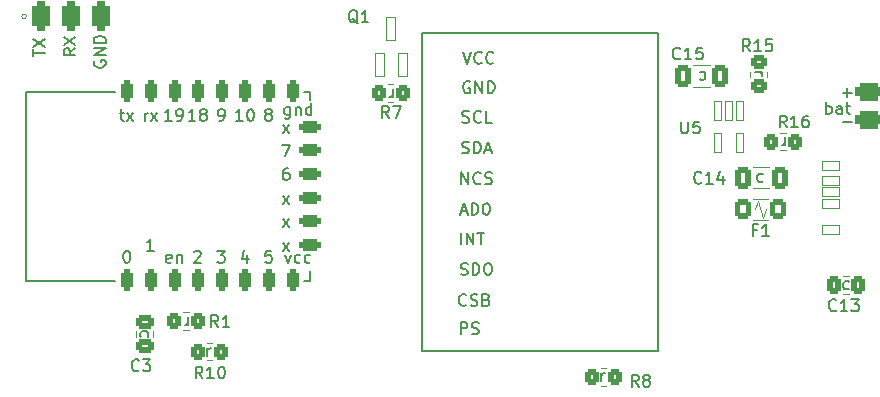
<source format=gto>
G04 #@! TF.GenerationSoftware,KiCad,Pcbnew,6.99.0-unknown-58b8d63ff8~148~ubuntu20.04.1*
G04 #@! TF.CreationDate,2022-03-11T11:46:21+05:30*
G04 #@! TF.ProjectId,espc3-vario,65737063-332d-4766-9172-696f2e6b6963,rev?*
G04 #@! TF.SameCoordinates,Original*
G04 #@! TF.FileFunction,Legend,Top*
G04 #@! TF.FilePolarity,Positive*
%FSLAX46Y46*%
G04 Gerber Fmt 4.6, Leading zero omitted, Abs format (unit mm)*
G04 Created by KiCad (PCBNEW 6.99.0-unknown-58b8d63ff8~148~ubuntu20.04.1) date 2022-03-11 11:46:21*
%MOMM*%
%LPD*%
G01*
G04 APERTURE LIST*
G04 Aperture macros list*
%AMRoundRect*
0 Rectangle with rounded corners*
0 $1 Rounding radius*
0 $2 $3 $4 $5 $6 $7 $8 $9 X,Y pos of 4 corners*
0 Add a 4 corners polygon primitive as box body*
4,1,4,$2,$3,$4,$5,$6,$7,$8,$9,$2,$3,0*
0 Add four circle primitives for the rounded corners*
1,1,$1+$1,$2,$3*
1,1,$1+$1,$4,$5*
1,1,$1+$1,$6,$7*
1,1,$1+$1,$8,$9*
0 Add four rect primitives between the rounded corners*
20,1,$1+$1,$2,$3,$4,$5,0*
20,1,$1+$1,$4,$5,$6,$7,0*
20,1,$1+$1,$6,$7,$8,$9,0*
20,1,$1+$1,$8,$9,$2,$3,0*%
G04 Aperture macros list end*
%ADD10C,0.150000*%
%ADD11C,0.120000*%
%ADD12RoundRect,0.250000X0.412500X0.650000X-0.412500X0.650000X-0.412500X-0.650000X0.412500X-0.650000X0*%
%ADD13RoundRect,0.250000X-0.350000X-0.450000X0.350000X-0.450000X0.350000X0.450000X-0.350000X0.450000X0*%
%ADD14RoundRect,0.250000X-0.337500X-0.475000X0.337500X-0.475000X0.337500X0.475000X-0.337500X0.475000X0*%
%ADD15RoundRect,0.275000X0.275000X-0.625000X0.275000X0.625000X-0.275000X0.625000X-0.275000X-0.625000X0*%
%ADD16RoundRect,0.275000X-0.625000X-0.275000X0.625000X-0.275000X0.625000X0.275000X-0.625000X0.275000X0*%
%ADD17RoundRect,0.250000X0.350000X0.450000X-0.350000X0.450000X-0.350000X-0.450000X0.350000X-0.450000X0*%
%ADD18R,1.700000X1.700000*%
%ADD19O,1.700000X1.700000*%
%ADD20C,2.500000*%
%ADD21RoundRect,0.250000X-0.475000X0.337500X-0.475000X-0.337500X0.475000X-0.337500X0.475000X0.337500X0*%
%ADD22RoundRect,0.381000X0.762000X0.381000X-0.762000X0.381000X-0.762000X-0.381000X0.762000X-0.381000X0*%
%ADD23RoundRect,0.050000X-0.325000X0.780000X-0.325000X-0.780000X0.325000X-0.780000X0.325000X0.780000X0*%
%ADD24RoundRect,0.050000X0.750000X-0.400000X0.750000X0.400000X-0.750000X0.400000X-0.750000X-0.400000X0*%
%ADD25R,1.500000X0.700000*%
%ADD26RoundRect,0.050000X0.750000X-0.350000X0.750000X0.350000X-0.750000X0.350000X-0.750000X-0.350000X0*%
%ADD27O,1.800000X1.000000*%
%ADD28RoundRect,0.250001X0.462499X0.624999X-0.462499X0.624999X-0.462499X-0.624999X0.462499X-0.624999X0*%
%ADD29RoundRect,0.375000X0.375000X-0.875000X0.375000X0.875000X-0.375000X0.875000X-0.375000X-0.875000X0*%
%ADD30RoundRect,0.250000X-0.450000X0.350000X-0.450000X-0.350000X0.450000X-0.350000X0.450000X0.350000X0*%
%ADD31RoundRect,0.050000X0.400000X-0.950000X0.400000X0.950000X-0.400000X0.950000X-0.400000X-0.950000X0*%
%ADD32RoundRect,0.250000X-0.412500X-0.650000X0.412500X-0.650000X0.412500X0.650000X-0.412500X0.650000X0*%
G04 APERTURE END LIST*
D10*
X144000000Y-89000000D02*
X124000000Y-89000000D01*
X124000000Y-115900000D02*
X144000000Y-115900000D01*
X90500000Y-94000000D02*
X90500000Y-110000000D01*
X98000000Y-94000000D02*
X90500000Y-94000000D01*
X114500000Y-94000000D02*
X114500000Y-94700000D01*
X114000000Y-94000000D02*
X114500000Y-94000000D01*
X114500000Y-109150000D02*
X114500000Y-110000000D01*
X114500000Y-110000000D02*
X114000000Y-110000000D01*
X90500000Y-110000000D02*
X98000000Y-110000000D01*
X144000000Y-115900000D02*
X144000000Y-89000000D01*
X124000000Y-89000000D02*
X124000000Y-115900000D01*
X98404762Y-95785714D02*
X98785714Y-95785714D01*
X98547619Y-95452380D02*
X98547619Y-96309523D01*
X98547619Y-96309523D02*
X98595238Y-96404761D01*
X98595238Y-96404761D02*
X98690476Y-96452380D01*
X98690476Y-96452380D02*
X98785714Y-96452380D01*
X99023810Y-96452380D02*
X99547619Y-95785714D01*
X99023810Y-95785714D02*
X99547619Y-96452380D01*
X160380951Y-96571428D02*
X159619047Y-96571428D01*
X158197619Y-95852380D02*
X158197619Y-94852380D01*
X158197619Y-95233333D02*
X158292857Y-95185714D01*
X158292857Y-95185714D02*
X158483333Y-95185714D01*
X158483333Y-95185714D02*
X158578571Y-95233333D01*
X158578571Y-95233333D02*
X158626190Y-95280952D01*
X158626190Y-95280952D02*
X158673809Y-95376190D01*
X158673809Y-95376190D02*
X158673809Y-95661904D01*
X158673809Y-95661904D02*
X158626190Y-95757142D01*
X158626190Y-95757142D02*
X158578571Y-95804761D01*
X158578571Y-95804761D02*
X158483333Y-95852380D01*
X158483333Y-95852380D02*
X158292857Y-95852380D01*
X158292857Y-95852380D02*
X158197619Y-95804761D01*
X159530952Y-95852380D02*
X159530952Y-95328571D01*
X159530952Y-95328571D02*
X159483333Y-95233333D01*
X159483333Y-95233333D02*
X159388095Y-95185714D01*
X159388095Y-95185714D02*
X159197619Y-95185714D01*
X159197619Y-95185714D02*
X159102381Y-95233333D01*
X159530952Y-95804761D02*
X159435714Y-95852380D01*
X159435714Y-95852380D02*
X159197619Y-95852380D01*
X159197619Y-95852380D02*
X159102381Y-95804761D01*
X159102381Y-95804761D02*
X159054762Y-95709523D01*
X159054762Y-95709523D02*
X159054762Y-95614285D01*
X159054762Y-95614285D02*
X159102381Y-95519047D01*
X159102381Y-95519047D02*
X159197619Y-95471428D01*
X159197619Y-95471428D02*
X159435714Y-95471428D01*
X159435714Y-95471428D02*
X159530952Y-95423809D01*
X159864286Y-95185714D02*
X160245238Y-95185714D01*
X160007143Y-94852380D02*
X160007143Y-95709523D01*
X160007143Y-95709523D02*
X160054762Y-95804761D01*
X160054762Y-95804761D02*
X160150000Y-95852380D01*
X160150000Y-95852380D02*
X160245238Y-95852380D01*
X96250000Y-91361904D02*
X96202380Y-91457142D01*
X96202380Y-91457142D02*
X96202380Y-91599999D01*
X96202380Y-91599999D02*
X96250000Y-91742856D01*
X96250000Y-91742856D02*
X96345238Y-91838094D01*
X96345238Y-91838094D02*
X96440476Y-91885713D01*
X96440476Y-91885713D02*
X96630952Y-91933332D01*
X96630952Y-91933332D02*
X96773809Y-91933332D01*
X96773809Y-91933332D02*
X96964285Y-91885713D01*
X96964285Y-91885713D02*
X97059523Y-91838094D01*
X97059523Y-91838094D02*
X97154761Y-91742856D01*
X97154761Y-91742856D02*
X97202380Y-91599999D01*
X97202380Y-91599999D02*
X97202380Y-91504761D01*
X97202380Y-91504761D02*
X97154761Y-91361904D01*
X97154761Y-91361904D02*
X97107142Y-91314285D01*
X97107142Y-91314285D02*
X96773809Y-91314285D01*
X96773809Y-91314285D02*
X96773809Y-91504761D01*
X97202380Y-90885713D02*
X96202380Y-90885713D01*
X96202380Y-90885713D02*
X97202380Y-90314285D01*
X97202380Y-90314285D02*
X96202380Y-90314285D01*
X97202380Y-89838094D02*
X96202380Y-89838094D01*
X96202380Y-89838094D02*
X96202380Y-89599999D01*
X96202380Y-89599999D02*
X96250000Y-89457142D01*
X96250000Y-89457142D02*
X96345238Y-89361904D01*
X96345238Y-89361904D02*
X96440476Y-89314285D01*
X96440476Y-89314285D02*
X96630952Y-89266666D01*
X96630952Y-89266666D02*
X96773809Y-89266666D01*
X96773809Y-89266666D02*
X96964285Y-89314285D01*
X96964285Y-89314285D02*
X97059523Y-89361904D01*
X97059523Y-89361904D02*
X97154761Y-89457142D01*
X97154761Y-89457142D02*
X97202380Y-89599999D01*
X97202380Y-89599999D02*
X97202380Y-89838094D01*
X112166667Y-98452380D02*
X112833333Y-98452380D01*
X112833333Y-98452380D02*
X112404762Y-99452380D01*
X104809523Y-96452380D02*
X104238095Y-96452380D01*
X104523809Y-96452380D02*
X104523809Y-95452380D01*
X104523809Y-95452380D02*
X104428571Y-95595238D01*
X104428571Y-95595238D02*
X104333333Y-95690476D01*
X104333333Y-95690476D02*
X104238095Y-95738095D01*
X105380952Y-95880952D02*
X105285714Y-95833333D01*
X105285714Y-95833333D02*
X105238095Y-95785714D01*
X105238095Y-95785714D02*
X105190476Y-95690476D01*
X105190476Y-95690476D02*
X105190476Y-95642857D01*
X105190476Y-95642857D02*
X105238095Y-95547619D01*
X105238095Y-95547619D02*
X105285714Y-95500000D01*
X105285714Y-95500000D02*
X105380952Y-95452380D01*
X105380952Y-95452380D02*
X105571428Y-95452380D01*
X105571428Y-95452380D02*
X105666666Y-95500000D01*
X105666666Y-95500000D02*
X105714285Y-95547619D01*
X105714285Y-95547619D02*
X105761904Y-95642857D01*
X105761904Y-95642857D02*
X105761904Y-95690476D01*
X105761904Y-95690476D02*
X105714285Y-95785714D01*
X105714285Y-95785714D02*
X105666666Y-95833333D01*
X105666666Y-95833333D02*
X105571428Y-95880952D01*
X105571428Y-95880952D02*
X105380952Y-95880952D01*
X105380952Y-95880952D02*
X105285714Y-95928571D01*
X105285714Y-95928571D02*
X105238095Y-95976190D01*
X105238095Y-95976190D02*
X105190476Y-96071428D01*
X105190476Y-96071428D02*
X105190476Y-96261904D01*
X105190476Y-96261904D02*
X105238095Y-96357142D01*
X105238095Y-96357142D02*
X105285714Y-96404761D01*
X105285714Y-96404761D02*
X105380952Y-96452380D01*
X105380952Y-96452380D02*
X105571428Y-96452380D01*
X105571428Y-96452380D02*
X105666666Y-96404761D01*
X105666666Y-96404761D02*
X105714285Y-96357142D01*
X105714285Y-96357142D02*
X105761904Y-96261904D01*
X105761904Y-96261904D02*
X105761904Y-96071428D01*
X105761904Y-96071428D02*
X105714285Y-95976190D01*
X105714285Y-95976190D02*
X105666666Y-95928571D01*
X105666666Y-95928571D02*
X105571428Y-95880952D01*
X91052380Y-90961904D02*
X91052380Y-90390476D01*
X92052380Y-90676190D02*
X91052380Y-90676190D01*
X91052380Y-90152380D02*
X92052380Y-89485714D01*
X91052380Y-89485714D02*
X92052380Y-90152380D01*
X102738095Y-108404761D02*
X102642857Y-108452380D01*
X102642857Y-108452380D02*
X102452381Y-108452380D01*
X102452381Y-108452380D02*
X102357143Y-108404761D01*
X102357143Y-108404761D02*
X102309524Y-108309523D01*
X102309524Y-108309523D02*
X102309524Y-107928571D01*
X102309524Y-107928571D02*
X102357143Y-107833333D01*
X102357143Y-107833333D02*
X102452381Y-107785714D01*
X102452381Y-107785714D02*
X102642857Y-107785714D01*
X102642857Y-107785714D02*
X102738095Y-107833333D01*
X102738095Y-107833333D02*
X102785714Y-107928571D01*
X102785714Y-107928571D02*
X102785714Y-108023809D01*
X102785714Y-108023809D02*
X102309524Y-108119047D01*
X103214286Y-107785714D02*
X103214286Y-108452380D01*
X103214286Y-107880952D02*
X103261905Y-107833333D01*
X103261905Y-107833333D02*
X103357143Y-107785714D01*
X103357143Y-107785714D02*
X103500000Y-107785714D01*
X103500000Y-107785714D02*
X103595238Y-107833333D01*
X103595238Y-107833333D02*
X103642857Y-107928571D01*
X103642857Y-107928571D02*
X103642857Y-108452380D01*
X104714286Y-107547619D02*
X104761905Y-107500000D01*
X104761905Y-107500000D02*
X104857143Y-107452380D01*
X104857143Y-107452380D02*
X105095238Y-107452380D01*
X105095238Y-107452380D02*
X105190476Y-107500000D01*
X105190476Y-107500000D02*
X105238095Y-107547619D01*
X105238095Y-107547619D02*
X105285714Y-107642857D01*
X105285714Y-107642857D02*
X105285714Y-107738095D01*
X105285714Y-107738095D02*
X105238095Y-107880952D01*
X105238095Y-107880952D02*
X104666667Y-108452380D01*
X104666667Y-108452380D02*
X105285714Y-108452380D01*
X112809523Y-95285714D02*
X112809523Y-96095238D01*
X112809523Y-96095238D02*
X112761904Y-96190476D01*
X112761904Y-96190476D02*
X112714285Y-96238095D01*
X112714285Y-96238095D02*
X112619047Y-96285714D01*
X112619047Y-96285714D02*
X112476190Y-96285714D01*
X112476190Y-96285714D02*
X112380952Y-96238095D01*
X112809523Y-95904761D02*
X112714285Y-95952380D01*
X112714285Y-95952380D02*
X112523809Y-95952380D01*
X112523809Y-95952380D02*
X112428571Y-95904761D01*
X112428571Y-95904761D02*
X112380952Y-95857142D01*
X112380952Y-95857142D02*
X112333333Y-95761904D01*
X112333333Y-95761904D02*
X112333333Y-95476190D01*
X112333333Y-95476190D02*
X112380952Y-95380952D01*
X112380952Y-95380952D02*
X112428571Y-95333333D01*
X112428571Y-95333333D02*
X112523809Y-95285714D01*
X112523809Y-95285714D02*
X112714285Y-95285714D01*
X112714285Y-95285714D02*
X112809523Y-95333333D01*
X113285714Y-95285714D02*
X113285714Y-95952380D01*
X113285714Y-95380952D02*
X113333333Y-95333333D01*
X113333333Y-95333333D02*
X113428571Y-95285714D01*
X113428571Y-95285714D02*
X113571428Y-95285714D01*
X113571428Y-95285714D02*
X113666666Y-95333333D01*
X113666666Y-95333333D02*
X113714285Y-95428571D01*
X113714285Y-95428571D02*
X113714285Y-95952380D01*
X114619047Y-95952380D02*
X114619047Y-94952380D01*
X114619047Y-95904761D02*
X114523809Y-95952380D01*
X114523809Y-95952380D02*
X114333333Y-95952380D01*
X114333333Y-95952380D02*
X114238095Y-95904761D01*
X114238095Y-95904761D02*
X114190476Y-95857142D01*
X114190476Y-95857142D02*
X114142857Y-95761904D01*
X114142857Y-95761904D02*
X114142857Y-95476190D01*
X114142857Y-95476190D02*
X114190476Y-95380952D01*
X114190476Y-95380952D02*
X114238095Y-95333333D01*
X114238095Y-95333333D02*
X114333333Y-95285714D01*
X114333333Y-95285714D02*
X114523809Y-95285714D01*
X114523809Y-95285714D02*
X114619047Y-95333333D01*
X106666667Y-107452380D02*
X107285714Y-107452380D01*
X107285714Y-107452380D02*
X106952381Y-107833333D01*
X106952381Y-107833333D02*
X107095238Y-107833333D01*
X107095238Y-107833333D02*
X107190476Y-107880952D01*
X107190476Y-107880952D02*
X107238095Y-107928571D01*
X107238095Y-107928571D02*
X107285714Y-108023809D01*
X107285714Y-108023809D02*
X107285714Y-108261904D01*
X107285714Y-108261904D02*
X107238095Y-108357142D01*
X107238095Y-108357142D02*
X107190476Y-108404761D01*
X107190476Y-108404761D02*
X107095238Y-108452380D01*
X107095238Y-108452380D02*
X106809524Y-108452380D01*
X106809524Y-108452380D02*
X106714286Y-108404761D01*
X106714286Y-108404761D02*
X106666667Y-108357142D01*
X102809523Y-96452380D02*
X102238095Y-96452380D01*
X102523809Y-96452380D02*
X102523809Y-95452380D01*
X102523809Y-95452380D02*
X102428571Y-95595238D01*
X102428571Y-95595238D02*
X102333333Y-95690476D01*
X102333333Y-95690476D02*
X102238095Y-95738095D01*
X103285714Y-96452380D02*
X103476190Y-96452380D01*
X103476190Y-96452380D02*
X103571428Y-96404761D01*
X103571428Y-96404761D02*
X103619047Y-96357142D01*
X103619047Y-96357142D02*
X103714285Y-96214285D01*
X103714285Y-96214285D02*
X103761904Y-96023809D01*
X103761904Y-96023809D02*
X103761904Y-95642857D01*
X103761904Y-95642857D02*
X103714285Y-95547619D01*
X103714285Y-95547619D02*
X103666666Y-95500000D01*
X103666666Y-95500000D02*
X103571428Y-95452380D01*
X103571428Y-95452380D02*
X103380952Y-95452380D01*
X103380952Y-95452380D02*
X103285714Y-95500000D01*
X103285714Y-95500000D02*
X103238095Y-95547619D01*
X103238095Y-95547619D02*
X103190476Y-95642857D01*
X103190476Y-95642857D02*
X103190476Y-95880952D01*
X103190476Y-95880952D02*
X103238095Y-95976190D01*
X103238095Y-95976190D02*
X103285714Y-96023809D01*
X103285714Y-96023809D02*
X103380952Y-96071428D01*
X103380952Y-96071428D02*
X103571428Y-96071428D01*
X103571428Y-96071428D02*
X103666666Y-96023809D01*
X103666666Y-96023809D02*
X103714285Y-95976190D01*
X103714285Y-95976190D02*
X103761904Y-95880952D01*
X100523809Y-96452380D02*
X100523809Y-95785714D01*
X100523809Y-95976190D02*
X100571428Y-95880952D01*
X100571428Y-95880952D02*
X100619047Y-95833333D01*
X100619047Y-95833333D02*
X100714285Y-95785714D01*
X100714285Y-95785714D02*
X100809523Y-95785714D01*
X101047619Y-96452380D02*
X101571428Y-95785714D01*
X101047619Y-95785714D02*
X101571428Y-96452380D01*
X112404762Y-107785714D02*
X112642857Y-108452380D01*
X112642857Y-108452380D02*
X112880952Y-107785714D01*
X113690476Y-108404761D02*
X113595238Y-108452380D01*
X113595238Y-108452380D02*
X113404762Y-108452380D01*
X113404762Y-108452380D02*
X113309524Y-108404761D01*
X113309524Y-108404761D02*
X113261905Y-108357142D01*
X113261905Y-108357142D02*
X113214286Y-108261904D01*
X113214286Y-108261904D02*
X113214286Y-107976190D01*
X113214286Y-107976190D02*
X113261905Y-107880952D01*
X113261905Y-107880952D02*
X113309524Y-107833333D01*
X113309524Y-107833333D02*
X113404762Y-107785714D01*
X113404762Y-107785714D02*
X113595238Y-107785714D01*
X113595238Y-107785714D02*
X113690476Y-107833333D01*
X114547619Y-108404761D02*
X114452381Y-108452380D01*
X114452381Y-108452380D02*
X114261905Y-108452380D01*
X114261905Y-108452380D02*
X114166667Y-108404761D01*
X114166667Y-108404761D02*
X114119048Y-108357142D01*
X114119048Y-108357142D02*
X114071429Y-108261904D01*
X114071429Y-108261904D02*
X114071429Y-107976190D01*
X114071429Y-107976190D02*
X114119048Y-107880952D01*
X114119048Y-107880952D02*
X114166667Y-107833333D01*
X114166667Y-107833333D02*
X114261905Y-107785714D01*
X114261905Y-107785714D02*
X114452381Y-107785714D01*
X114452381Y-107785714D02*
X114547619Y-107833333D01*
X112238095Y-107452380D02*
X112761904Y-106785714D01*
X112238095Y-106785714D02*
X112761904Y-107452380D01*
X98952381Y-107452380D02*
X99047619Y-107452380D01*
X99047619Y-107452380D02*
X99142857Y-107500000D01*
X99142857Y-107500000D02*
X99190476Y-107547619D01*
X99190476Y-107547619D02*
X99238095Y-107642857D01*
X99238095Y-107642857D02*
X99285714Y-107833333D01*
X99285714Y-107833333D02*
X99285714Y-108071428D01*
X99285714Y-108071428D02*
X99238095Y-108261904D01*
X99238095Y-108261904D02*
X99190476Y-108357142D01*
X99190476Y-108357142D02*
X99142857Y-108404761D01*
X99142857Y-108404761D02*
X99047619Y-108452380D01*
X99047619Y-108452380D02*
X98952381Y-108452380D01*
X98952381Y-108452380D02*
X98857143Y-108404761D01*
X98857143Y-108404761D02*
X98809524Y-108357142D01*
X98809524Y-108357142D02*
X98761905Y-108261904D01*
X98761905Y-108261904D02*
X98714286Y-108071428D01*
X98714286Y-108071428D02*
X98714286Y-107833333D01*
X98714286Y-107833333D02*
X98761905Y-107642857D01*
X98761905Y-107642857D02*
X98809524Y-107547619D01*
X98809524Y-107547619D02*
X98857143Y-107500000D01*
X98857143Y-107500000D02*
X98952381Y-107452380D01*
X112238095Y-103452380D02*
X112761904Y-102785714D01*
X112238095Y-102785714D02*
X112761904Y-103452380D01*
X101285714Y-107452380D02*
X100714286Y-107452380D01*
X101000000Y-107452380D02*
X101000000Y-106452380D01*
X101000000Y-106452380D02*
X100904762Y-106595238D01*
X100904762Y-106595238D02*
X100809524Y-106690476D01*
X100809524Y-106690476D02*
X100714286Y-106738095D01*
X108809523Y-96452380D02*
X108238095Y-96452380D01*
X108523809Y-96452380D02*
X108523809Y-95452380D01*
X108523809Y-95452380D02*
X108428571Y-95595238D01*
X108428571Y-95595238D02*
X108333333Y-95690476D01*
X108333333Y-95690476D02*
X108238095Y-95738095D01*
X109428571Y-95452380D02*
X109523809Y-95452380D01*
X109523809Y-95452380D02*
X109619047Y-95500000D01*
X109619047Y-95500000D02*
X109666666Y-95547619D01*
X109666666Y-95547619D02*
X109714285Y-95642857D01*
X109714285Y-95642857D02*
X109761904Y-95833333D01*
X109761904Y-95833333D02*
X109761904Y-96071428D01*
X109761904Y-96071428D02*
X109714285Y-96261904D01*
X109714285Y-96261904D02*
X109666666Y-96357142D01*
X109666666Y-96357142D02*
X109619047Y-96404761D01*
X109619047Y-96404761D02*
X109523809Y-96452380D01*
X109523809Y-96452380D02*
X109428571Y-96452380D01*
X109428571Y-96452380D02*
X109333333Y-96404761D01*
X109333333Y-96404761D02*
X109285714Y-96357142D01*
X109285714Y-96357142D02*
X109238095Y-96261904D01*
X109238095Y-96261904D02*
X109190476Y-96071428D01*
X109190476Y-96071428D02*
X109190476Y-95833333D01*
X109190476Y-95833333D02*
X109238095Y-95642857D01*
X109238095Y-95642857D02*
X109285714Y-95547619D01*
X109285714Y-95547619D02*
X109333333Y-95500000D01*
X109333333Y-95500000D02*
X109428571Y-95452380D01*
X112238095Y-97452380D02*
X112761904Y-96785714D01*
X112238095Y-96785714D02*
X112761904Y-97452380D01*
X109190476Y-107785714D02*
X109190476Y-108452380D01*
X108952381Y-107404761D02*
X108714286Y-108119047D01*
X108714286Y-108119047D02*
X109333333Y-108119047D01*
X111238095Y-107452380D02*
X110761905Y-107452380D01*
X110761905Y-107452380D02*
X110714286Y-107928571D01*
X110714286Y-107928571D02*
X110761905Y-107880952D01*
X110761905Y-107880952D02*
X110857143Y-107833333D01*
X110857143Y-107833333D02*
X111095238Y-107833333D01*
X111095238Y-107833333D02*
X111190476Y-107880952D01*
X111190476Y-107880952D02*
X111238095Y-107928571D01*
X111238095Y-107928571D02*
X111285714Y-108023809D01*
X111285714Y-108023809D02*
X111285714Y-108261904D01*
X111285714Y-108261904D02*
X111238095Y-108357142D01*
X111238095Y-108357142D02*
X111190476Y-108404761D01*
X111190476Y-108404761D02*
X111095238Y-108452380D01*
X111095238Y-108452380D02*
X110857143Y-108452380D01*
X110857143Y-108452380D02*
X110761905Y-108404761D01*
X110761905Y-108404761D02*
X110714286Y-108357142D01*
X94652380Y-90316666D02*
X94176190Y-90649999D01*
X94652380Y-90888094D02*
X93652380Y-90888094D01*
X93652380Y-90888094D02*
X93652380Y-90507142D01*
X93652380Y-90507142D02*
X93700000Y-90411904D01*
X93700000Y-90411904D02*
X93747619Y-90364285D01*
X93747619Y-90364285D02*
X93842857Y-90316666D01*
X93842857Y-90316666D02*
X93985714Y-90316666D01*
X93985714Y-90316666D02*
X94080952Y-90364285D01*
X94080952Y-90364285D02*
X94128571Y-90411904D01*
X94128571Y-90411904D02*
X94176190Y-90507142D01*
X94176190Y-90507142D02*
X94176190Y-90888094D01*
X93652380Y-89983332D02*
X94652380Y-89316666D01*
X93652380Y-89316666D02*
X94652380Y-89983332D01*
X106809524Y-96452380D02*
X107000000Y-96452380D01*
X107000000Y-96452380D02*
X107095238Y-96404761D01*
X107095238Y-96404761D02*
X107142857Y-96357142D01*
X107142857Y-96357142D02*
X107238095Y-96214285D01*
X107238095Y-96214285D02*
X107285714Y-96023809D01*
X107285714Y-96023809D02*
X107285714Y-95642857D01*
X107285714Y-95642857D02*
X107238095Y-95547619D01*
X107238095Y-95547619D02*
X107190476Y-95500000D01*
X107190476Y-95500000D02*
X107095238Y-95452380D01*
X107095238Y-95452380D02*
X106904762Y-95452380D01*
X106904762Y-95452380D02*
X106809524Y-95500000D01*
X106809524Y-95500000D02*
X106761905Y-95547619D01*
X106761905Y-95547619D02*
X106714286Y-95642857D01*
X106714286Y-95642857D02*
X106714286Y-95880952D01*
X106714286Y-95880952D02*
X106761905Y-95976190D01*
X106761905Y-95976190D02*
X106809524Y-96023809D01*
X106809524Y-96023809D02*
X106904762Y-96071428D01*
X106904762Y-96071428D02*
X107095238Y-96071428D01*
X107095238Y-96071428D02*
X107190476Y-96023809D01*
X107190476Y-96023809D02*
X107238095Y-95976190D01*
X107238095Y-95976190D02*
X107285714Y-95880952D01*
X112238095Y-105452380D02*
X112761904Y-104785714D01*
X112238095Y-104785714D02*
X112761904Y-105452380D01*
X112690476Y-100452380D02*
X112500000Y-100452380D01*
X112500000Y-100452380D02*
X112404762Y-100500000D01*
X112404762Y-100500000D02*
X112357143Y-100547619D01*
X112357143Y-100547619D02*
X112261905Y-100690476D01*
X112261905Y-100690476D02*
X112214286Y-100880952D01*
X112214286Y-100880952D02*
X112214286Y-101261904D01*
X112214286Y-101261904D02*
X112261905Y-101357142D01*
X112261905Y-101357142D02*
X112309524Y-101404761D01*
X112309524Y-101404761D02*
X112404762Y-101452380D01*
X112404762Y-101452380D02*
X112595238Y-101452380D01*
X112595238Y-101452380D02*
X112690476Y-101404761D01*
X112690476Y-101404761D02*
X112738095Y-101357142D01*
X112738095Y-101357142D02*
X112785714Y-101261904D01*
X112785714Y-101261904D02*
X112785714Y-101023809D01*
X112785714Y-101023809D02*
X112738095Y-100928571D01*
X112738095Y-100928571D02*
X112690476Y-100880952D01*
X112690476Y-100880952D02*
X112595238Y-100833333D01*
X112595238Y-100833333D02*
X112404762Y-100833333D01*
X112404762Y-100833333D02*
X112309524Y-100880952D01*
X112309524Y-100880952D02*
X112261905Y-100928571D01*
X112261905Y-100928571D02*
X112214286Y-101023809D01*
X110904762Y-95880952D02*
X110809524Y-95833333D01*
X110809524Y-95833333D02*
X110761905Y-95785714D01*
X110761905Y-95785714D02*
X110714286Y-95690476D01*
X110714286Y-95690476D02*
X110714286Y-95642857D01*
X110714286Y-95642857D02*
X110761905Y-95547619D01*
X110761905Y-95547619D02*
X110809524Y-95500000D01*
X110809524Y-95500000D02*
X110904762Y-95452380D01*
X110904762Y-95452380D02*
X111095238Y-95452380D01*
X111095238Y-95452380D02*
X111190476Y-95500000D01*
X111190476Y-95500000D02*
X111238095Y-95547619D01*
X111238095Y-95547619D02*
X111285714Y-95642857D01*
X111285714Y-95642857D02*
X111285714Y-95690476D01*
X111285714Y-95690476D02*
X111238095Y-95785714D01*
X111238095Y-95785714D02*
X111190476Y-95833333D01*
X111190476Y-95833333D02*
X111095238Y-95880952D01*
X111095238Y-95880952D02*
X110904762Y-95880952D01*
X110904762Y-95880952D02*
X110809524Y-95928571D01*
X110809524Y-95928571D02*
X110761905Y-95976190D01*
X110761905Y-95976190D02*
X110714286Y-96071428D01*
X110714286Y-96071428D02*
X110714286Y-96261904D01*
X110714286Y-96261904D02*
X110761905Y-96357142D01*
X110761905Y-96357142D02*
X110809524Y-96404761D01*
X110809524Y-96404761D02*
X110904762Y-96452380D01*
X110904762Y-96452380D02*
X111095238Y-96452380D01*
X111095238Y-96452380D02*
X111190476Y-96404761D01*
X111190476Y-96404761D02*
X111238095Y-96357142D01*
X111238095Y-96357142D02*
X111285714Y-96261904D01*
X111285714Y-96261904D02*
X111285714Y-96071428D01*
X111285714Y-96071428D02*
X111238095Y-95976190D01*
X111238095Y-95976190D02*
X111190476Y-95928571D01*
X111190476Y-95928571D02*
X111095238Y-95880952D01*
X160380951Y-94071428D02*
X159619047Y-94071428D01*
X159999999Y-94452380D02*
X159999999Y-93690476D01*
X145857142Y-91157142D02*
X145809523Y-91204761D01*
X145809523Y-91204761D02*
X145666666Y-91252380D01*
X145666666Y-91252380D02*
X145571428Y-91252380D01*
X145571428Y-91252380D02*
X145428571Y-91204761D01*
X145428571Y-91204761D02*
X145333333Y-91109523D01*
X145333333Y-91109523D02*
X145285714Y-91014285D01*
X145285714Y-91014285D02*
X145238095Y-90823809D01*
X145238095Y-90823809D02*
X145238095Y-90680952D01*
X145238095Y-90680952D02*
X145285714Y-90490476D01*
X145285714Y-90490476D02*
X145333333Y-90395238D01*
X145333333Y-90395238D02*
X145428571Y-90300000D01*
X145428571Y-90300000D02*
X145571428Y-90252380D01*
X145571428Y-90252380D02*
X145666666Y-90252380D01*
X145666666Y-90252380D02*
X145809523Y-90300000D01*
X145809523Y-90300000D02*
X145857142Y-90347619D01*
X146809523Y-91252380D02*
X146238095Y-91252380D01*
X146523809Y-91252380D02*
X146523809Y-90252380D01*
X146523809Y-90252380D02*
X146428571Y-90395238D01*
X146428571Y-90395238D02*
X146333333Y-90490476D01*
X146333333Y-90490476D02*
X146238095Y-90538095D01*
X147714285Y-90252380D02*
X147238095Y-90252380D01*
X147238095Y-90252380D02*
X147190476Y-90728571D01*
X147190476Y-90728571D02*
X147238095Y-90680952D01*
X147238095Y-90680952D02*
X147333333Y-90633333D01*
X147333333Y-90633333D02*
X147571428Y-90633333D01*
X147571428Y-90633333D02*
X147666666Y-90680952D01*
X147666666Y-90680952D02*
X147714285Y-90728571D01*
X147714285Y-90728571D02*
X147761904Y-90823809D01*
X147761904Y-90823809D02*
X147761904Y-91061904D01*
X147761904Y-91061904D02*
X147714285Y-91157142D01*
X147714285Y-91157142D02*
X147666666Y-91204761D01*
X147666666Y-91204761D02*
X147571428Y-91252380D01*
X147571428Y-91252380D02*
X147333333Y-91252380D01*
X147333333Y-91252380D02*
X147238095Y-91204761D01*
X147238095Y-91204761D02*
X147190476Y-91157142D01*
X147511904Y-92345238D02*
X147607142Y-92297619D01*
X147607142Y-92297619D02*
X147797618Y-92297619D01*
X147797618Y-92297619D02*
X147892856Y-92345238D01*
X147892856Y-92345238D02*
X147940475Y-92392857D01*
X147940475Y-92392857D02*
X147988094Y-92488095D01*
X147988094Y-92488095D02*
X147988094Y-92773809D01*
X147988094Y-92773809D02*
X147940475Y-92869047D01*
X147940475Y-92869047D02*
X147892856Y-92916666D01*
X147892856Y-92916666D02*
X147797618Y-92964285D01*
X147797618Y-92964285D02*
X147607142Y-92964285D01*
X147607142Y-92964285D02*
X147511904Y-92916666D01*
X142333333Y-118952380D02*
X142000000Y-118476190D01*
X141761905Y-118952380D02*
X141761905Y-117952380D01*
X141761905Y-117952380D02*
X142142857Y-117952380D01*
X142142857Y-117952380D02*
X142238095Y-118000000D01*
X142238095Y-118000000D02*
X142285714Y-118047619D01*
X142285714Y-118047619D02*
X142333333Y-118142857D01*
X142333333Y-118142857D02*
X142333333Y-118285714D01*
X142333333Y-118285714D02*
X142285714Y-118380952D01*
X142285714Y-118380952D02*
X142238095Y-118428571D01*
X142238095Y-118428571D02*
X142142857Y-118476190D01*
X142142857Y-118476190D02*
X141761905Y-118476190D01*
X142904762Y-118380952D02*
X142809524Y-118333333D01*
X142809524Y-118333333D02*
X142761905Y-118285714D01*
X142761905Y-118285714D02*
X142714286Y-118190476D01*
X142714286Y-118190476D02*
X142714286Y-118142857D01*
X142714286Y-118142857D02*
X142761905Y-118047619D01*
X142761905Y-118047619D02*
X142809524Y-118000000D01*
X142809524Y-118000000D02*
X142904762Y-117952380D01*
X142904762Y-117952380D02*
X143095238Y-117952380D01*
X143095238Y-117952380D02*
X143190476Y-118000000D01*
X143190476Y-118000000D02*
X143238095Y-118047619D01*
X143238095Y-118047619D02*
X143285714Y-118142857D01*
X143285714Y-118142857D02*
X143285714Y-118190476D01*
X143285714Y-118190476D02*
X143238095Y-118285714D01*
X143238095Y-118285714D02*
X143190476Y-118333333D01*
X143190476Y-118333333D02*
X143095238Y-118380952D01*
X143095238Y-118380952D02*
X142904762Y-118380952D01*
X142904762Y-118380952D02*
X142809524Y-118428571D01*
X142809524Y-118428571D02*
X142761905Y-118476190D01*
X142761905Y-118476190D02*
X142714286Y-118571428D01*
X142714286Y-118571428D02*
X142714286Y-118761904D01*
X142714286Y-118761904D02*
X142761905Y-118857142D01*
X142761905Y-118857142D02*
X142809524Y-118904761D01*
X142809524Y-118904761D02*
X142904762Y-118952380D01*
X142904762Y-118952380D02*
X143095238Y-118952380D01*
X143095238Y-118952380D02*
X143190476Y-118904761D01*
X143190476Y-118904761D02*
X143238095Y-118857142D01*
X143238095Y-118857142D02*
X143285714Y-118761904D01*
X143285714Y-118761904D02*
X143285714Y-118571428D01*
X143285714Y-118571428D02*
X143238095Y-118476190D01*
X143238095Y-118476190D02*
X143190476Y-118428571D01*
X143190476Y-118428571D02*
X143095238Y-118380952D01*
X139178571Y-118502380D02*
X139178571Y-117835714D01*
X139178571Y-118026190D02*
X139226190Y-117930952D01*
X139226190Y-117930952D02*
X139273809Y-117883333D01*
X139273809Y-117883333D02*
X139369047Y-117835714D01*
X139369047Y-117835714D02*
X139464285Y-117835714D01*
X159057142Y-112457142D02*
X159009523Y-112504761D01*
X159009523Y-112504761D02*
X158866666Y-112552380D01*
X158866666Y-112552380D02*
X158771428Y-112552380D01*
X158771428Y-112552380D02*
X158628571Y-112504761D01*
X158628571Y-112504761D02*
X158533333Y-112409523D01*
X158533333Y-112409523D02*
X158485714Y-112314285D01*
X158485714Y-112314285D02*
X158438095Y-112123809D01*
X158438095Y-112123809D02*
X158438095Y-111980952D01*
X158438095Y-111980952D02*
X158485714Y-111790476D01*
X158485714Y-111790476D02*
X158533333Y-111695238D01*
X158533333Y-111695238D02*
X158628571Y-111600000D01*
X158628571Y-111600000D02*
X158771428Y-111552380D01*
X158771428Y-111552380D02*
X158866666Y-111552380D01*
X158866666Y-111552380D02*
X159009523Y-111600000D01*
X159009523Y-111600000D02*
X159057142Y-111647619D01*
X160009523Y-112552380D02*
X159438095Y-112552380D01*
X159723809Y-112552380D02*
X159723809Y-111552380D01*
X159723809Y-111552380D02*
X159628571Y-111695238D01*
X159628571Y-111695238D02*
X159533333Y-111790476D01*
X159533333Y-111790476D02*
X159438095Y-111838095D01*
X160342857Y-111552380D02*
X160961904Y-111552380D01*
X160961904Y-111552380D02*
X160628571Y-111933333D01*
X160628571Y-111933333D02*
X160771428Y-111933333D01*
X160771428Y-111933333D02*
X160866666Y-111980952D01*
X160866666Y-111980952D02*
X160914285Y-112028571D01*
X160914285Y-112028571D02*
X160961904Y-112123809D01*
X160961904Y-112123809D02*
X160961904Y-112361904D01*
X160961904Y-112361904D02*
X160914285Y-112457142D01*
X160914285Y-112457142D02*
X160866666Y-112504761D01*
X160866666Y-112504761D02*
X160771428Y-112552380D01*
X160771428Y-112552380D02*
X160485714Y-112552380D01*
X160485714Y-112552380D02*
X160390476Y-112504761D01*
X160390476Y-112504761D02*
X160342857Y-112457142D01*
X160138095Y-110654761D02*
X160042857Y-110702380D01*
X160042857Y-110702380D02*
X159852381Y-110702380D01*
X159852381Y-110702380D02*
X159757143Y-110654761D01*
X159757143Y-110654761D02*
X159709524Y-110607142D01*
X159709524Y-110607142D02*
X159661905Y-110511904D01*
X159661905Y-110511904D02*
X159661905Y-110226190D01*
X159661905Y-110226190D02*
X159709524Y-110130952D01*
X159709524Y-110130952D02*
X159757143Y-110083333D01*
X159757143Y-110083333D02*
X159852381Y-110035714D01*
X159852381Y-110035714D02*
X160042857Y-110035714D01*
X160042857Y-110035714D02*
X160138095Y-110083333D01*
X121183333Y-96202380D02*
X120850000Y-95726190D01*
X120611905Y-96202380D02*
X120611905Y-95202380D01*
X120611905Y-95202380D02*
X120992857Y-95202380D01*
X120992857Y-95202380D02*
X121088095Y-95250000D01*
X121088095Y-95250000D02*
X121135714Y-95297619D01*
X121135714Y-95297619D02*
X121183333Y-95392857D01*
X121183333Y-95392857D02*
X121183333Y-95535714D01*
X121183333Y-95535714D02*
X121135714Y-95630952D01*
X121135714Y-95630952D02*
X121088095Y-95678571D01*
X121088095Y-95678571D02*
X120992857Y-95726190D01*
X120992857Y-95726190D02*
X120611905Y-95726190D01*
X121516667Y-95202380D02*
X122183333Y-95202380D01*
X122183333Y-95202380D02*
X121754762Y-96202380D01*
X121521428Y-93747619D02*
X121521428Y-94414285D01*
X121521428Y-94223809D02*
X121473809Y-94319047D01*
X121473809Y-94319047D02*
X121426190Y-94366666D01*
X121426190Y-94366666D02*
X121330952Y-94414285D01*
X121330952Y-94414285D02*
X121235714Y-94414285D01*
X106733333Y-113902380D02*
X106400000Y-113426190D01*
X106161905Y-113902380D02*
X106161905Y-112902380D01*
X106161905Y-112902380D02*
X106542857Y-112902380D01*
X106542857Y-112902380D02*
X106638095Y-112950000D01*
X106638095Y-112950000D02*
X106685714Y-112997619D01*
X106685714Y-112997619D02*
X106733333Y-113092857D01*
X106733333Y-113092857D02*
X106733333Y-113235714D01*
X106733333Y-113235714D02*
X106685714Y-113330952D01*
X106685714Y-113330952D02*
X106638095Y-113378571D01*
X106638095Y-113378571D02*
X106542857Y-113426190D01*
X106542857Y-113426190D02*
X106161905Y-113426190D01*
X107685714Y-113902380D02*
X107114286Y-113902380D01*
X107400000Y-113902380D02*
X107400000Y-112902380D01*
X107400000Y-112902380D02*
X107304762Y-113045238D01*
X107304762Y-113045238D02*
X107209524Y-113140476D01*
X107209524Y-113140476D02*
X107114286Y-113188095D01*
X104171428Y-113047619D02*
X104171428Y-113714285D01*
X104171428Y-113523809D02*
X104123809Y-113619047D01*
X104123809Y-113619047D02*
X104076190Y-113666666D01*
X104076190Y-113666666D02*
X103980952Y-113714285D01*
X103980952Y-113714285D02*
X103885714Y-113714285D01*
X127409524Y-96554761D02*
X127552381Y-96602380D01*
X127552381Y-96602380D02*
X127790476Y-96602380D01*
X127790476Y-96602380D02*
X127885714Y-96554761D01*
X127885714Y-96554761D02*
X127933333Y-96507142D01*
X127933333Y-96507142D02*
X127980952Y-96411904D01*
X127980952Y-96411904D02*
X127980952Y-96316666D01*
X127980952Y-96316666D02*
X127933333Y-96221428D01*
X127933333Y-96221428D02*
X127885714Y-96173809D01*
X127885714Y-96173809D02*
X127790476Y-96126190D01*
X127790476Y-96126190D02*
X127600000Y-96078571D01*
X127600000Y-96078571D02*
X127504762Y-96030952D01*
X127504762Y-96030952D02*
X127457143Y-95983333D01*
X127457143Y-95983333D02*
X127409524Y-95888095D01*
X127409524Y-95888095D02*
X127409524Y-95792857D01*
X127409524Y-95792857D02*
X127457143Y-95697619D01*
X127457143Y-95697619D02*
X127504762Y-95650000D01*
X127504762Y-95650000D02*
X127600000Y-95602380D01*
X127600000Y-95602380D02*
X127838095Y-95602380D01*
X127838095Y-95602380D02*
X127980952Y-95650000D01*
X128980952Y-96507142D02*
X128933333Y-96554761D01*
X128933333Y-96554761D02*
X128790476Y-96602380D01*
X128790476Y-96602380D02*
X128695238Y-96602380D01*
X128695238Y-96602380D02*
X128552381Y-96554761D01*
X128552381Y-96554761D02*
X128457143Y-96459523D01*
X128457143Y-96459523D02*
X128409524Y-96364285D01*
X128409524Y-96364285D02*
X128361905Y-96173809D01*
X128361905Y-96173809D02*
X128361905Y-96030952D01*
X128361905Y-96030952D02*
X128409524Y-95840476D01*
X128409524Y-95840476D02*
X128457143Y-95745238D01*
X128457143Y-95745238D02*
X128552381Y-95650000D01*
X128552381Y-95650000D02*
X128695238Y-95602380D01*
X128695238Y-95602380D02*
X128790476Y-95602380D01*
X128790476Y-95602380D02*
X128933333Y-95650000D01*
X128933333Y-95650000D02*
X128980952Y-95697619D01*
X129885714Y-96602380D02*
X129409524Y-96602380D01*
X129409524Y-96602380D02*
X129409524Y-95602380D01*
X128038095Y-93150000D02*
X127942857Y-93102380D01*
X127942857Y-93102380D02*
X127800000Y-93102380D01*
X127800000Y-93102380D02*
X127657143Y-93150000D01*
X127657143Y-93150000D02*
X127561905Y-93245238D01*
X127561905Y-93245238D02*
X127514286Y-93340476D01*
X127514286Y-93340476D02*
X127466667Y-93530952D01*
X127466667Y-93530952D02*
X127466667Y-93673809D01*
X127466667Y-93673809D02*
X127514286Y-93864285D01*
X127514286Y-93864285D02*
X127561905Y-93959523D01*
X127561905Y-93959523D02*
X127657143Y-94054761D01*
X127657143Y-94054761D02*
X127800000Y-94102380D01*
X127800000Y-94102380D02*
X127895238Y-94102380D01*
X127895238Y-94102380D02*
X128038095Y-94054761D01*
X128038095Y-94054761D02*
X128085714Y-94007142D01*
X128085714Y-94007142D02*
X128085714Y-93673809D01*
X128085714Y-93673809D02*
X127895238Y-93673809D01*
X128514286Y-94102380D02*
X128514286Y-93102380D01*
X128514286Y-93102380D02*
X129085714Y-94102380D01*
X129085714Y-94102380D02*
X129085714Y-93102380D01*
X129561905Y-94102380D02*
X129561905Y-93102380D01*
X129561905Y-93102380D02*
X129800000Y-93102380D01*
X129800000Y-93102380D02*
X129942857Y-93150000D01*
X129942857Y-93150000D02*
X130038095Y-93245238D01*
X130038095Y-93245238D02*
X130085714Y-93340476D01*
X130085714Y-93340476D02*
X130133333Y-93530952D01*
X130133333Y-93530952D02*
X130133333Y-93673809D01*
X130133333Y-93673809D02*
X130085714Y-93864285D01*
X130085714Y-93864285D02*
X130038095Y-93959523D01*
X130038095Y-93959523D02*
X129942857Y-94054761D01*
X129942857Y-94054761D02*
X129800000Y-94102380D01*
X129800000Y-94102380D02*
X129561905Y-94102380D01*
X127285714Y-104116666D02*
X127761904Y-104116666D01*
X127190476Y-104402380D02*
X127523809Y-103402380D01*
X127523809Y-103402380D02*
X127857142Y-104402380D01*
X128190476Y-104402380D02*
X128190476Y-103402380D01*
X128190476Y-103402380D02*
X128428571Y-103402380D01*
X128428571Y-103402380D02*
X128571428Y-103450000D01*
X128571428Y-103450000D02*
X128666666Y-103545238D01*
X128666666Y-103545238D02*
X128714285Y-103640476D01*
X128714285Y-103640476D02*
X128761904Y-103830952D01*
X128761904Y-103830952D02*
X128761904Y-103973809D01*
X128761904Y-103973809D02*
X128714285Y-104164285D01*
X128714285Y-104164285D02*
X128666666Y-104259523D01*
X128666666Y-104259523D02*
X128571428Y-104354761D01*
X128571428Y-104354761D02*
X128428571Y-104402380D01*
X128428571Y-104402380D02*
X128190476Y-104402380D01*
X129380952Y-103402380D02*
X129476190Y-103402380D01*
X129476190Y-103402380D02*
X129571428Y-103450000D01*
X129571428Y-103450000D02*
X129619047Y-103497619D01*
X129619047Y-103497619D02*
X129666666Y-103592857D01*
X129666666Y-103592857D02*
X129714285Y-103783333D01*
X129714285Y-103783333D02*
X129714285Y-104021428D01*
X129714285Y-104021428D02*
X129666666Y-104211904D01*
X129666666Y-104211904D02*
X129619047Y-104307142D01*
X129619047Y-104307142D02*
X129571428Y-104354761D01*
X129571428Y-104354761D02*
X129476190Y-104402380D01*
X129476190Y-104402380D02*
X129380952Y-104402380D01*
X129380952Y-104402380D02*
X129285714Y-104354761D01*
X129285714Y-104354761D02*
X129238095Y-104307142D01*
X129238095Y-104307142D02*
X129190476Y-104211904D01*
X129190476Y-104211904D02*
X129142857Y-104021428D01*
X129142857Y-104021428D02*
X129142857Y-103783333D01*
X129142857Y-103783333D02*
X129190476Y-103592857D01*
X129190476Y-103592857D02*
X129238095Y-103497619D01*
X129238095Y-103497619D02*
X129285714Y-103450000D01*
X129285714Y-103450000D02*
X129380952Y-103402380D01*
X127338095Y-101802380D02*
X127338095Y-100802380D01*
X127338095Y-100802380D02*
X127909523Y-101802380D01*
X127909523Y-101802380D02*
X127909523Y-100802380D01*
X128957142Y-101707142D02*
X128909523Y-101754761D01*
X128909523Y-101754761D02*
X128766666Y-101802380D01*
X128766666Y-101802380D02*
X128671428Y-101802380D01*
X128671428Y-101802380D02*
X128528571Y-101754761D01*
X128528571Y-101754761D02*
X128433333Y-101659523D01*
X128433333Y-101659523D02*
X128385714Y-101564285D01*
X128385714Y-101564285D02*
X128338095Y-101373809D01*
X128338095Y-101373809D02*
X128338095Y-101230952D01*
X128338095Y-101230952D02*
X128385714Y-101040476D01*
X128385714Y-101040476D02*
X128433333Y-100945238D01*
X128433333Y-100945238D02*
X128528571Y-100850000D01*
X128528571Y-100850000D02*
X128671428Y-100802380D01*
X128671428Y-100802380D02*
X128766666Y-100802380D01*
X128766666Y-100802380D02*
X128909523Y-100850000D01*
X128909523Y-100850000D02*
X128957142Y-100897619D01*
X129338095Y-101754761D02*
X129480952Y-101802380D01*
X129480952Y-101802380D02*
X129719047Y-101802380D01*
X129719047Y-101802380D02*
X129814285Y-101754761D01*
X129814285Y-101754761D02*
X129861904Y-101707142D01*
X129861904Y-101707142D02*
X129909523Y-101611904D01*
X129909523Y-101611904D02*
X129909523Y-101516666D01*
X129909523Y-101516666D02*
X129861904Y-101421428D01*
X129861904Y-101421428D02*
X129814285Y-101373809D01*
X129814285Y-101373809D02*
X129719047Y-101326190D01*
X129719047Y-101326190D02*
X129528571Y-101278571D01*
X129528571Y-101278571D02*
X129433333Y-101230952D01*
X129433333Y-101230952D02*
X129385714Y-101183333D01*
X129385714Y-101183333D02*
X129338095Y-101088095D01*
X129338095Y-101088095D02*
X129338095Y-100992857D01*
X129338095Y-100992857D02*
X129385714Y-100897619D01*
X129385714Y-100897619D02*
X129433333Y-100850000D01*
X129433333Y-100850000D02*
X129528571Y-100802380D01*
X129528571Y-100802380D02*
X129766666Y-100802380D01*
X129766666Y-100802380D02*
X129909523Y-100850000D01*
X127733333Y-112007142D02*
X127685714Y-112054761D01*
X127685714Y-112054761D02*
X127542857Y-112102380D01*
X127542857Y-112102380D02*
X127447619Y-112102380D01*
X127447619Y-112102380D02*
X127304762Y-112054761D01*
X127304762Y-112054761D02*
X127209524Y-111959523D01*
X127209524Y-111959523D02*
X127161905Y-111864285D01*
X127161905Y-111864285D02*
X127114286Y-111673809D01*
X127114286Y-111673809D02*
X127114286Y-111530952D01*
X127114286Y-111530952D02*
X127161905Y-111340476D01*
X127161905Y-111340476D02*
X127209524Y-111245238D01*
X127209524Y-111245238D02*
X127304762Y-111150000D01*
X127304762Y-111150000D02*
X127447619Y-111102380D01*
X127447619Y-111102380D02*
X127542857Y-111102380D01*
X127542857Y-111102380D02*
X127685714Y-111150000D01*
X127685714Y-111150000D02*
X127733333Y-111197619D01*
X128114286Y-112054761D02*
X128257143Y-112102380D01*
X128257143Y-112102380D02*
X128495238Y-112102380D01*
X128495238Y-112102380D02*
X128590476Y-112054761D01*
X128590476Y-112054761D02*
X128638095Y-112007142D01*
X128638095Y-112007142D02*
X128685714Y-111911904D01*
X128685714Y-111911904D02*
X128685714Y-111816666D01*
X128685714Y-111816666D02*
X128638095Y-111721428D01*
X128638095Y-111721428D02*
X128590476Y-111673809D01*
X128590476Y-111673809D02*
X128495238Y-111626190D01*
X128495238Y-111626190D02*
X128304762Y-111578571D01*
X128304762Y-111578571D02*
X128209524Y-111530952D01*
X128209524Y-111530952D02*
X128161905Y-111483333D01*
X128161905Y-111483333D02*
X128114286Y-111388095D01*
X128114286Y-111388095D02*
X128114286Y-111292857D01*
X128114286Y-111292857D02*
X128161905Y-111197619D01*
X128161905Y-111197619D02*
X128209524Y-111150000D01*
X128209524Y-111150000D02*
X128304762Y-111102380D01*
X128304762Y-111102380D02*
X128542857Y-111102380D01*
X128542857Y-111102380D02*
X128685714Y-111150000D01*
X129447619Y-111578571D02*
X129590476Y-111626190D01*
X129590476Y-111626190D02*
X129638095Y-111673809D01*
X129638095Y-111673809D02*
X129685714Y-111769047D01*
X129685714Y-111769047D02*
X129685714Y-111911904D01*
X129685714Y-111911904D02*
X129638095Y-112007142D01*
X129638095Y-112007142D02*
X129590476Y-112054761D01*
X129590476Y-112054761D02*
X129495238Y-112102380D01*
X129495238Y-112102380D02*
X129114286Y-112102380D01*
X129114286Y-112102380D02*
X129114286Y-111102380D01*
X129114286Y-111102380D02*
X129447619Y-111102380D01*
X129447619Y-111102380D02*
X129542857Y-111150000D01*
X129542857Y-111150000D02*
X129590476Y-111197619D01*
X129590476Y-111197619D02*
X129638095Y-111292857D01*
X129638095Y-111292857D02*
X129638095Y-111388095D01*
X129638095Y-111388095D02*
X129590476Y-111483333D01*
X129590476Y-111483333D02*
X129542857Y-111530952D01*
X129542857Y-111530952D02*
X129447619Y-111578571D01*
X129447619Y-111578571D02*
X129114286Y-111578571D01*
X127295238Y-106902380D02*
X127295238Y-105902380D01*
X127771428Y-106902380D02*
X127771428Y-105902380D01*
X127771428Y-105902380D02*
X128342856Y-106902380D01*
X128342856Y-106902380D02*
X128342856Y-105902380D01*
X128676190Y-105902380D02*
X129247618Y-105902380D01*
X128961904Y-106902380D02*
X128961904Y-105902380D01*
X127290476Y-109454761D02*
X127433333Y-109502380D01*
X127433333Y-109502380D02*
X127671428Y-109502380D01*
X127671428Y-109502380D02*
X127766666Y-109454761D01*
X127766666Y-109454761D02*
X127814285Y-109407142D01*
X127814285Y-109407142D02*
X127861904Y-109311904D01*
X127861904Y-109311904D02*
X127861904Y-109216666D01*
X127861904Y-109216666D02*
X127814285Y-109121428D01*
X127814285Y-109121428D02*
X127766666Y-109073809D01*
X127766666Y-109073809D02*
X127671428Y-109026190D01*
X127671428Y-109026190D02*
X127480952Y-108978571D01*
X127480952Y-108978571D02*
X127385714Y-108930952D01*
X127385714Y-108930952D02*
X127338095Y-108883333D01*
X127338095Y-108883333D02*
X127290476Y-108788095D01*
X127290476Y-108788095D02*
X127290476Y-108692857D01*
X127290476Y-108692857D02*
X127338095Y-108597619D01*
X127338095Y-108597619D02*
X127385714Y-108550000D01*
X127385714Y-108550000D02*
X127480952Y-108502380D01*
X127480952Y-108502380D02*
X127719047Y-108502380D01*
X127719047Y-108502380D02*
X127861904Y-108550000D01*
X128290476Y-109502380D02*
X128290476Y-108502380D01*
X128290476Y-108502380D02*
X128528571Y-108502380D01*
X128528571Y-108502380D02*
X128671428Y-108550000D01*
X128671428Y-108550000D02*
X128766666Y-108645238D01*
X128766666Y-108645238D02*
X128814285Y-108740476D01*
X128814285Y-108740476D02*
X128861904Y-108930952D01*
X128861904Y-108930952D02*
X128861904Y-109073809D01*
X128861904Y-109073809D02*
X128814285Y-109264285D01*
X128814285Y-109264285D02*
X128766666Y-109359523D01*
X128766666Y-109359523D02*
X128671428Y-109454761D01*
X128671428Y-109454761D02*
X128528571Y-109502380D01*
X128528571Y-109502380D02*
X128290476Y-109502380D01*
X129480952Y-108502380D02*
X129671428Y-108502380D01*
X129671428Y-108502380D02*
X129766666Y-108550000D01*
X129766666Y-108550000D02*
X129861904Y-108645238D01*
X129861904Y-108645238D02*
X129909523Y-108835714D01*
X129909523Y-108835714D02*
X129909523Y-109169047D01*
X129909523Y-109169047D02*
X129861904Y-109359523D01*
X129861904Y-109359523D02*
X129766666Y-109454761D01*
X129766666Y-109454761D02*
X129671428Y-109502380D01*
X129671428Y-109502380D02*
X129480952Y-109502380D01*
X129480952Y-109502380D02*
X129385714Y-109454761D01*
X129385714Y-109454761D02*
X129290476Y-109359523D01*
X129290476Y-109359523D02*
X129242857Y-109169047D01*
X129242857Y-109169047D02*
X129242857Y-108835714D01*
X129242857Y-108835714D02*
X129290476Y-108645238D01*
X129290476Y-108645238D02*
X129385714Y-108550000D01*
X129385714Y-108550000D02*
X129480952Y-108502380D01*
X127385714Y-99154761D02*
X127528571Y-99202380D01*
X127528571Y-99202380D02*
X127766666Y-99202380D01*
X127766666Y-99202380D02*
X127861904Y-99154761D01*
X127861904Y-99154761D02*
X127909523Y-99107142D01*
X127909523Y-99107142D02*
X127957142Y-99011904D01*
X127957142Y-99011904D02*
X127957142Y-98916666D01*
X127957142Y-98916666D02*
X127909523Y-98821428D01*
X127909523Y-98821428D02*
X127861904Y-98773809D01*
X127861904Y-98773809D02*
X127766666Y-98726190D01*
X127766666Y-98726190D02*
X127576190Y-98678571D01*
X127576190Y-98678571D02*
X127480952Y-98630952D01*
X127480952Y-98630952D02*
X127433333Y-98583333D01*
X127433333Y-98583333D02*
X127385714Y-98488095D01*
X127385714Y-98488095D02*
X127385714Y-98392857D01*
X127385714Y-98392857D02*
X127433333Y-98297619D01*
X127433333Y-98297619D02*
X127480952Y-98250000D01*
X127480952Y-98250000D02*
X127576190Y-98202380D01*
X127576190Y-98202380D02*
X127814285Y-98202380D01*
X127814285Y-98202380D02*
X127957142Y-98250000D01*
X128385714Y-99202380D02*
X128385714Y-98202380D01*
X128385714Y-98202380D02*
X128623809Y-98202380D01*
X128623809Y-98202380D02*
X128766666Y-98250000D01*
X128766666Y-98250000D02*
X128861904Y-98345238D01*
X128861904Y-98345238D02*
X128909523Y-98440476D01*
X128909523Y-98440476D02*
X128957142Y-98630952D01*
X128957142Y-98630952D02*
X128957142Y-98773809D01*
X128957142Y-98773809D02*
X128909523Y-98964285D01*
X128909523Y-98964285D02*
X128861904Y-99059523D01*
X128861904Y-99059523D02*
X128766666Y-99154761D01*
X128766666Y-99154761D02*
X128623809Y-99202380D01*
X128623809Y-99202380D02*
X128385714Y-99202380D01*
X129338095Y-98916666D02*
X129814285Y-98916666D01*
X129242857Y-99202380D02*
X129576190Y-98202380D01*
X129576190Y-98202380D02*
X129909523Y-99202380D01*
X127466667Y-90602380D02*
X127800000Y-91602380D01*
X127800000Y-91602380D02*
X128133333Y-90602380D01*
X129038095Y-91507142D02*
X128990476Y-91554761D01*
X128990476Y-91554761D02*
X128847619Y-91602380D01*
X128847619Y-91602380D02*
X128752381Y-91602380D01*
X128752381Y-91602380D02*
X128609524Y-91554761D01*
X128609524Y-91554761D02*
X128514286Y-91459523D01*
X128514286Y-91459523D02*
X128466667Y-91364285D01*
X128466667Y-91364285D02*
X128419048Y-91173809D01*
X128419048Y-91173809D02*
X128419048Y-91030952D01*
X128419048Y-91030952D02*
X128466667Y-90840476D01*
X128466667Y-90840476D02*
X128514286Y-90745238D01*
X128514286Y-90745238D02*
X128609524Y-90650000D01*
X128609524Y-90650000D02*
X128752381Y-90602380D01*
X128752381Y-90602380D02*
X128847619Y-90602380D01*
X128847619Y-90602380D02*
X128990476Y-90650000D01*
X128990476Y-90650000D02*
X129038095Y-90697619D01*
X130038095Y-91507142D02*
X129990476Y-91554761D01*
X129990476Y-91554761D02*
X129847619Y-91602380D01*
X129847619Y-91602380D02*
X129752381Y-91602380D01*
X129752381Y-91602380D02*
X129609524Y-91554761D01*
X129609524Y-91554761D02*
X129514286Y-91459523D01*
X129514286Y-91459523D02*
X129466667Y-91364285D01*
X129466667Y-91364285D02*
X129419048Y-91173809D01*
X129419048Y-91173809D02*
X129419048Y-91030952D01*
X129419048Y-91030952D02*
X129466667Y-90840476D01*
X129466667Y-90840476D02*
X129514286Y-90745238D01*
X129514286Y-90745238D02*
X129609524Y-90650000D01*
X129609524Y-90650000D02*
X129752381Y-90602380D01*
X129752381Y-90602380D02*
X129847619Y-90602380D01*
X129847619Y-90602380D02*
X129990476Y-90650000D01*
X129990476Y-90650000D02*
X130038095Y-90697619D01*
X127261905Y-114502380D02*
X127261905Y-113502380D01*
X127261905Y-113502380D02*
X127642857Y-113502380D01*
X127642857Y-113502380D02*
X127738095Y-113550000D01*
X127738095Y-113550000D02*
X127785714Y-113597619D01*
X127785714Y-113597619D02*
X127833333Y-113692857D01*
X127833333Y-113692857D02*
X127833333Y-113835714D01*
X127833333Y-113835714D02*
X127785714Y-113930952D01*
X127785714Y-113930952D02*
X127738095Y-113978571D01*
X127738095Y-113978571D02*
X127642857Y-114026190D01*
X127642857Y-114026190D02*
X127261905Y-114026190D01*
X128214286Y-114454761D02*
X128357143Y-114502380D01*
X128357143Y-114502380D02*
X128595238Y-114502380D01*
X128595238Y-114502380D02*
X128690476Y-114454761D01*
X128690476Y-114454761D02*
X128738095Y-114407142D01*
X128738095Y-114407142D02*
X128785714Y-114311904D01*
X128785714Y-114311904D02*
X128785714Y-114216666D01*
X128785714Y-114216666D02*
X128738095Y-114121428D01*
X128738095Y-114121428D02*
X128690476Y-114073809D01*
X128690476Y-114073809D02*
X128595238Y-114026190D01*
X128595238Y-114026190D02*
X128404762Y-113978571D01*
X128404762Y-113978571D02*
X128309524Y-113930952D01*
X128309524Y-113930952D02*
X128261905Y-113883333D01*
X128261905Y-113883333D02*
X128214286Y-113788095D01*
X128214286Y-113788095D02*
X128214286Y-113692857D01*
X128214286Y-113692857D02*
X128261905Y-113597619D01*
X128261905Y-113597619D02*
X128309524Y-113550000D01*
X128309524Y-113550000D02*
X128404762Y-113502380D01*
X128404762Y-113502380D02*
X128642857Y-113502380D01*
X128642857Y-113502380D02*
X128785714Y-113550000D01*
X100033333Y-117557142D02*
X99985714Y-117604761D01*
X99985714Y-117604761D02*
X99842857Y-117652380D01*
X99842857Y-117652380D02*
X99747619Y-117652380D01*
X99747619Y-117652380D02*
X99604762Y-117604761D01*
X99604762Y-117604761D02*
X99509524Y-117509523D01*
X99509524Y-117509523D02*
X99461905Y-117414285D01*
X99461905Y-117414285D02*
X99414286Y-117223809D01*
X99414286Y-117223809D02*
X99414286Y-117080952D01*
X99414286Y-117080952D02*
X99461905Y-116890476D01*
X99461905Y-116890476D02*
X99509524Y-116795238D01*
X99509524Y-116795238D02*
X99604762Y-116700000D01*
X99604762Y-116700000D02*
X99747619Y-116652380D01*
X99747619Y-116652380D02*
X99842857Y-116652380D01*
X99842857Y-116652380D02*
X99985714Y-116700000D01*
X99985714Y-116700000D02*
X100033333Y-116747619D01*
X100366667Y-116652380D02*
X100985714Y-116652380D01*
X100985714Y-116652380D02*
X100652381Y-117033333D01*
X100652381Y-117033333D02*
X100795238Y-117033333D01*
X100795238Y-117033333D02*
X100890476Y-117080952D01*
X100890476Y-117080952D02*
X100938095Y-117128571D01*
X100938095Y-117128571D02*
X100985714Y-117223809D01*
X100985714Y-117223809D02*
X100985714Y-117461904D01*
X100985714Y-117461904D02*
X100938095Y-117557142D01*
X100938095Y-117557142D02*
X100890476Y-117604761D01*
X100890476Y-117604761D02*
X100795238Y-117652380D01*
X100795238Y-117652380D02*
X100509524Y-117652380D01*
X100509524Y-117652380D02*
X100414286Y-117604761D01*
X100414286Y-117604761D02*
X100366667Y-117557142D01*
X100195238Y-114738095D02*
X100147619Y-114642857D01*
X100147619Y-114642857D02*
X100147619Y-114452381D01*
X100147619Y-114452381D02*
X100195238Y-114357143D01*
X100195238Y-114357143D02*
X100242857Y-114309524D01*
X100242857Y-114309524D02*
X100338095Y-114261905D01*
X100338095Y-114261905D02*
X100623809Y-114261905D01*
X100623809Y-114261905D02*
X100719047Y-114309524D01*
X100719047Y-114309524D02*
X100766666Y-114357143D01*
X100766666Y-114357143D02*
X100814285Y-114452381D01*
X100814285Y-114452381D02*
X100814285Y-114642857D01*
X100814285Y-114642857D02*
X100766666Y-114738095D01*
X145938095Y-96502380D02*
X145938095Y-97311904D01*
X145938095Y-97311904D02*
X145985714Y-97407142D01*
X145985714Y-97407142D02*
X146033333Y-97454761D01*
X146033333Y-97454761D02*
X146128571Y-97502380D01*
X146128571Y-97502380D02*
X146319047Y-97502380D01*
X146319047Y-97502380D02*
X146414285Y-97454761D01*
X146414285Y-97454761D02*
X146461904Y-97407142D01*
X146461904Y-97407142D02*
X146509523Y-97311904D01*
X146509523Y-97311904D02*
X146509523Y-96502380D01*
X147461904Y-96502380D02*
X146985714Y-96502380D01*
X146985714Y-96502380D02*
X146938095Y-96978571D01*
X146938095Y-96978571D02*
X146985714Y-96930952D01*
X146985714Y-96930952D02*
X147080952Y-96883333D01*
X147080952Y-96883333D02*
X147319047Y-96883333D01*
X147319047Y-96883333D02*
X147414285Y-96930952D01*
X147414285Y-96930952D02*
X147461904Y-96978571D01*
X147461904Y-96978571D02*
X147509523Y-97073809D01*
X147509523Y-97073809D02*
X147509523Y-97311904D01*
X147509523Y-97311904D02*
X147461904Y-97407142D01*
X147461904Y-97407142D02*
X147414285Y-97454761D01*
X147414285Y-97454761D02*
X147319047Y-97502380D01*
X147319047Y-97502380D02*
X147080952Y-97502380D01*
X147080952Y-97502380D02*
X146985714Y-97454761D01*
X146985714Y-97454761D02*
X146938095Y-97407142D01*
X152316666Y-105698571D02*
X151983333Y-105698571D01*
X151983333Y-106222380D02*
X151983333Y-105222380D01*
X151983333Y-105222380D02*
X152459523Y-105222380D01*
X153364285Y-106222380D02*
X152792857Y-106222380D01*
X153078571Y-106222380D02*
X153078571Y-105222380D01*
X153078571Y-105222380D02*
X152983333Y-105365238D01*
X152983333Y-105365238D02*
X152888095Y-105460476D01*
X152888095Y-105460476D02*
X152792857Y-105508095D01*
X151757142Y-90552380D02*
X151423809Y-90076190D01*
X151185714Y-90552380D02*
X151185714Y-89552380D01*
X151185714Y-89552380D02*
X151566666Y-89552380D01*
X151566666Y-89552380D02*
X151661904Y-89600000D01*
X151661904Y-89600000D02*
X151709523Y-89647619D01*
X151709523Y-89647619D02*
X151757142Y-89742857D01*
X151757142Y-89742857D02*
X151757142Y-89885714D01*
X151757142Y-89885714D02*
X151709523Y-89980952D01*
X151709523Y-89980952D02*
X151661904Y-90028571D01*
X151661904Y-90028571D02*
X151566666Y-90076190D01*
X151566666Y-90076190D02*
X151185714Y-90076190D01*
X152709523Y-90552380D02*
X152138095Y-90552380D01*
X152423809Y-90552380D02*
X152423809Y-89552380D01*
X152423809Y-89552380D02*
X152328571Y-89695238D01*
X152328571Y-89695238D02*
X152233333Y-89790476D01*
X152233333Y-89790476D02*
X152138095Y-89838095D01*
X153614285Y-89552380D02*
X153138095Y-89552380D01*
X153138095Y-89552380D02*
X153090476Y-90028571D01*
X153090476Y-90028571D02*
X153138095Y-89980952D01*
X153138095Y-89980952D02*
X153233333Y-89933333D01*
X153233333Y-89933333D02*
X153471428Y-89933333D01*
X153471428Y-89933333D02*
X153566666Y-89980952D01*
X153566666Y-89980952D02*
X153614285Y-90028571D01*
X153614285Y-90028571D02*
X153661904Y-90123809D01*
X153661904Y-90123809D02*
X153661904Y-90361904D01*
X153661904Y-90361904D02*
X153614285Y-90457142D01*
X153614285Y-90457142D02*
X153566666Y-90504761D01*
X153566666Y-90504761D02*
X153471428Y-90552380D01*
X153471428Y-90552380D02*
X153233333Y-90552380D01*
X153233333Y-90552380D02*
X153138095Y-90504761D01*
X153138095Y-90504761D02*
X153090476Y-90457142D01*
X152147619Y-92328571D02*
X152814285Y-92328571D01*
X152623809Y-92328571D02*
X152719047Y-92376190D01*
X152719047Y-92376190D02*
X152766666Y-92423809D01*
X152766666Y-92423809D02*
X152814285Y-92519047D01*
X152814285Y-92519047D02*
X152814285Y-92614285D01*
X118554761Y-88197619D02*
X118459523Y-88150000D01*
X118459523Y-88150000D02*
X118364285Y-88054761D01*
X118364285Y-88054761D02*
X118221428Y-87911904D01*
X118221428Y-87911904D02*
X118126190Y-87864285D01*
X118126190Y-87864285D02*
X118030952Y-87864285D01*
X118078571Y-88102380D02*
X117983333Y-88054761D01*
X117983333Y-88054761D02*
X117888095Y-87959523D01*
X117888095Y-87959523D02*
X117840476Y-87769047D01*
X117840476Y-87769047D02*
X117840476Y-87435714D01*
X117840476Y-87435714D02*
X117888095Y-87245238D01*
X117888095Y-87245238D02*
X117983333Y-87150000D01*
X117983333Y-87150000D02*
X118078571Y-87102380D01*
X118078571Y-87102380D02*
X118269047Y-87102380D01*
X118269047Y-87102380D02*
X118364285Y-87150000D01*
X118364285Y-87150000D02*
X118459523Y-87245238D01*
X118459523Y-87245238D02*
X118507142Y-87435714D01*
X118507142Y-87435714D02*
X118507142Y-87769047D01*
X118507142Y-87769047D02*
X118459523Y-87959523D01*
X118459523Y-87959523D02*
X118364285Y-88054761D01*
X118364285Y-88054761D02*
X118269047Y-88102380D01*
X118269047Y-88102380D02*
X118078571Y-88102380D01*
X119459523Y-88102380D02*
X118888095Y-88102380D01*
X119173809Y-88102380D02*
X119173809Y-87102380D01*
X119173809Y-87102380D02*
X119078571Y-87245238D01*
X119078571Y-87245238D02*
X118983333Y-87340476D01*
X118983333Y-87340476D02*
X118888095Y-87388095D01*
X105407142Y-118252380D02*
X105073809Y-117776190D01*
X104835714Y-118252380D02*
X104835714Y-117252380D01*
X104835714Y-117252380D02*
X105216666Y-117252380D01*
X105216666Y-117252380D02*
X105311904Y-117300000D01*
X105311904Y-117300000D02*
X105359523Y-117347619D01*
X105359523Y-117347619D02*
X105407142Y-117442857D01*
X105407142Y-117442857D02*
X105407142Y-117585714D01*
X105407142Y-117585714D02*
X105359523Y-117680952D01*
X105359523Y-117680952D02*
X105311904Y-117728571D01*
X105311904Y-117728571D02*
X105216666Y-117776190D01*
X105216666Y-117776190D02*
X104835714Y-117776190D01*
X106359523Y-118252380D02*
X105788095Y-118252380D01*
X106073809Y-118252380D02*
X106073809Y-117252380D01*
X106073809Y-117252380D02*
X105978571Y-117395238D01*
X105978571Y-117395238D02*
X105883333Y-117490476D01*
X105883333Y-117490476D02*
X105788095Y-117538095D01*
X106978571Y-117252380D02*
X107073809Y-117252380D01*
X107073809Y-117252380D02*
X107169047Y-117300000D01*
X107169047Y-117300000D02*
X107216666Y-117347619D01*
X107216666Y-117347619D02*
X107264285Y-117442857D01*
X107264285Y-117442857D02*
X107311904Y-117633333D01*
X107311904Y-117633333D02*
X107311904Y-117871428D01*
X107311904Y-117871428D02*
X107264285Y-118061904D01*
X107264285Y-118061904D02*
X107216666Y-118157142D01*
X107216666Y-118157142D02*
X107169047Y-118204761D01*
X107169047Y-118204761D02*
X107073809Y-118252380D01*
X107073809Y-118252380D02*
X106978571Y-118252380D01*
X106978571Y-118252380D02*
X106883333Y-118204761D01*
X106883333Y-118204761D02*
X106835714Y-118157142D01*
X106835714Y-118157142D02*
X106788095Y-118061904D01*
X106788095Y-118061904D02*
X106740476Y-117871428D01*
X106740476Y-117871428D02*
X106740476Y-117633333D01*
X106740476Y-117633333D02*
X106788095Y-117442857D01*
X106788095Y-117442857D02*
X106835714Y-117347619D01*
X106835714Y-117347619D02*
X106883333Y-117300000D01*
X106883333Y-117300000D02*
X106978571Y-117252380D01*
X105828571Y-116352380D02*
X105828571Y-115685714D01*
X105828571Y-115876190D02*
X105876190Y-115780952D01*
X105876190Y-115780952D02*
X105923809Y-115733333D01*
X105923809Y-115733333D02*
X106019047Y-115685714D01*
X106019047Y-115685714D02*
X106114285Y-115685714D01*
X154857142Y-97002380D02*
X154523809Y-96526190D01*
X154285714Y-97002380D02*
X154285714Y-96002380D01*
X154285714Y-96002380D02*
X154666666Y-96002380D01*
X154666666Y-96002380D02*
X154761904Y-96050000D01*
X154761904Y-96050000D02*
X154809523Y-96097619D01*
X154809523Y-96097619D02*
X154857142Y-96192857D01*
X154857142Y-96192857D02*
X154857142Y-96335714D01*
X154857142Y-96335714D02*
X154809523Y-96430952D01*
X154809523Y-96430952D02*
X154761904Y-96478571D01*
X154761904Y-96478571D02*
X154666666Y-96526190D01*
X154666666Y-96526190D02*
X154285714Y-96526190D01*
X155809523Y-97002380D02*
X155238095Y-97002380D01*
X155523809Y-97002380D02*
X155523809Y-96002380D01*
X155523809Y-96002380D02*
X155428571Y-96145238D01*
X155428571Y-96145238D02*
X155333333Y-96240476D01*
X155333333Y-96240476D02*
X155238095Y-96288095D01*
X156666666Y-96002380D02*
X156476190Y-96002380D01*
X156476190Y-96002380D02*
X156380952Y-96050000D01*
X156380952Y-96050000D02*
X156333333Y-96097619D01*
X156333333Y-96097619D02*
X156238095Y-96240476D01*
X156238095Y-96240476D02*
X156190476Y-96430952D01*
X156190476Y-96430952D02*
X156190476Y-96811904D01*
X156190476Y-96811904D02*
X156238095Y-96907142D01*
X156238095Y-96907142D02*
X156285714Y-96954761D01*
X156285714Y-96954761D02*
X156380952Y-97002380D01*
X156380952Y-97002380D02*
X156571428Y-97002380D01*
X156571428Y-97002380D02*
X156666666Y-96954761D01*
X156666666Y-96954761D02*
X156714285Y-96907142D01*
X156714285Y-96907142D02*
X156761904Y-96811904D01*
X156761904Y-96811904D02*
X156761904Y-96573809D01*
X156761904Y-96573809D02*
X156714285Y-96478571D01*
X156714285Y-96478571D02*
X156666666Y-96430952D01*
X156666666Y-96430952D02*
X156571428Y-96383333D01*
X156571428Y-96383333D02*
X156380952Y-96383333D01*
X156380952Y-96383333D02*
X156285714Y-96430952D01*
X156285714Y-96430952D02*
X156238095Y-96478571D01*
X156238095Y-96478571D02*
X156190476Y-96573809D01*
X154721428Y-97847619D02*
X154721428Y-98514285D01*
X154721428Y-98323809D02*
X154673809Y-98419047D01*
X154673809Y-98419047D02*
X154626190Y-98466666D01*
X154626190Y-98466666D02*
X154530952Y-98514285D01*
X154530952Y-98514285D02*
X154435714Y-98514285D01*
X147657142Y-101657142D02*
X147609523Y-101704761D01*
X147609523Y-101704761D02*
X147466666Y-101752380D01*
X147466666Y-101752380D02*
X147371428Y-101752380D01*
X147371428Y-101752380D02*
X147228571Y-101704761D01*
X147228571Y-101704761D02*
X147133333Y-101609523D01*
X147133333Y-101609523D02*
X147085714Y-101514285D01*
X147085714Y-101514285D02*
X147038095Y-101323809D01*
X147038095Y-101323809D02*
X147038095Y-101180952D01*
X147038095Y-101180952D02*
X147085714Y-100990476D01*
X147085714Y-100990476D02*
X147133333Y-100895238D01*
X147133333Y-100895238D02*
X147228571Y-100800000D01*
X147228571Y-100800000D02*
X147371428Y-100752380D01*
X147371428Y-100752380D02*
X147466666Y-100752380D01*
X147466666Y-100752380D02*
X147609523Y-100800000D01*
X147609523Y-100800000D02*
X147657142Y-100847619D01*
X148609523Y-101752380D02*
X148038095Y-101752380D01*
X148323809Y-101752380D02*
X148323809Y-100752380D01*
X148323809Y-100752380D02*
X148228571Y-100895238D01*
X148228571Y-100895238D02*
X148133333Y-100990476D01*
X148133333Y-100990476D02*
X148038095Y-101038095D01*
X149466666Y-101085714D02*
X149466666Y-101752380D01*
X149228571Y-100704761D02*
X148990476Y-101419047D01*
X148990476Y-101419047D02*
X149609523Y-101419047D01*
X152838095Y-101554761D02*
X152742857Y-101602380D01*
X152742857Y-101602380D02*
X152552381Y-101602380D01*
X152552381Y-101602380D02*
X152457143Y-101554761D01*
X152457143Y-101554761D02*
X152409524Y-101507142D01*
X152409524Y-101507142D02*
X152361905Y-101411904D01*
X152361905Y-101411904D02*
X152361905Y-101126190D01*
X152361905Y-101126190D02*
X152409524Y-101030952D01*
X152409524Y-101030952D02*
X152457143Y-100983333D01*
X152457143Y-100983333D02*
X152552381Y-100935714D01*
X152552381Y-100935714D02*
X152742857Y-100935714D01*
X152742857Y-100935714D02*
X152838095Y-100983333D01*
D11*
X148361252Y-93560000D02*
X146938748Y-93560000D01*
X148361252Y-91740000D02*
X146938748Y-91740000D01*
X139122936Y-117415000D02*
X139577064Y-117415000D01*
X139122936Y-118885000D02*
X139577064Y-118885000D01*
X159638748Y-109615000D02*
X160161252Y-109615000D01*
X159638748Y-111085000D02*
X160161252Y-111085000D01*
X121577064Y-94835000D02*
X121122936Y-94835000D01*
X121577064Y-93365000D02*
X121122936Y-93365000D01*
X104227064Y-114135000D02*
X103772936Y-114135000D01*
X104227064Y-112665000D02*
X103772936Y-112665000D01*
X101235000Y-114238748D02*
X101235000Y-114761252D01*
X99765000Y-114238748D02*
X99765000Y-114761252D01*
X153252064Y-104860000D02*
X152047936Y-104860000D01*
X153252064Y-103040000D02*
X152047936Y-103040000D01*
X153150000Y-103950000D02*
X152850000Y-104650000D01*
X152850000Y-104650000D02*
X152450000Y-103250000D01*
X152450000Y-103250000D02*
X152150000Y-103950000D01*
X90500000Y-87600000D02*
G75*
G03*
X90500000Y-87600000I-200000J0D01*
G01*
X153235000Y-92272936D02*
X153235000Y-92727064D01*
X151765000Y-92272936D02*
X151765000Y-92727064D01*
X105772936Y-115265000D02*
X106227064Y-115265000D01*
X105772936Y-116735000D02*
X106227064Y-116735000D01*
X154777064Y-98935000D02*
X154322936Y-98935000D01*
X154777064Y-97465000D02*
X154322936Y-97465000D01*
X151988748Y-100340000D02*
X153411252Y-100340000D01*
X151988748Y-102160000D02*
X153411252Y-102160000D01*
%LPC*%
D12*
X149212500Y-92650000D03*
X146087500Y-92650000D03*
D13*
X138350000Y-118150000D03*
X140350000Y-118150000D03*
D14*
X158862500Y-110350000D03*
X160937500Y-110350000D03*
D15*
X99050000Y-109950000D03*
X101050000Y-109950000D03*
X103050000Y-109950000D03*
X105050000Y-109950000D03*
X107050000Y-109950000D03*
X109050000Y-109950000D03*
X111050000Y-109950000D03*
X113050000Y-109950000D03*
D16*
X114550000Y-106950000D03*
X114550000Y-104950000D03*
X114550000Y-102950000D03*
X114550000Y-100950000D03*
X114550000Y-98950000D03*
X114550000Y-96950000D03*
D15*
X113050000Y-93950000D03*
X111050000Y-93950000D03*
X109050000Y-93950000D03*
X107050000Y-93950000D03*
X105050000Y-93950000D03*
X103050000Y-93950000D03*
X101050000Y-93950000D03*
X99050000Y-93950000D03*
D17*
X122350000Y-94100000D03*
X120350000Y-94100000D03*
X105000000Y-113400000D03*
X103000000Y-113400000D03*
D18*
X125899999Y-91189999D03*
D19*
X125899999Y-93729999D03*
X125899999Y-96269999D03*
X125899999Y-98809999D03*
X125899999Y-101349999D03*
X125899999Y-103889999D03*
X125899999Y-106429999D03*
X125899999Y-108969999D03*
X125899999Y-111509999D03*
X125899999Y-114049999D03*
D20*
X147000000Y-117250000D03*
D21*
X100500000Y-113462500D03*
X100500000Y-115537500D03*
D22*
X161850000Y-96400000D03*
X161850000Y-94000000D03*
D23*
X150950000Y-95650000D03*
X150000000Y-95650000D03*
X149050000Y-95650000D03*
X149050000Y-98350000D03*
X150950000Y-98350000D03*
D24*
X158600000Y-105700000D03*
D25*
X158599999Y-104499999D03*
D26*
X158600000Y-103500000D03*
X158600000Y-102500000D03*
X158600000Y-101500000D03*
D24*
X158600000Y-100300000D03*
D27*
X158799999Y-107299999D03*
X158799999Y-98699999D03*
X162599999Y-107299999D03*
X162599999Y-98699999D03*
D28*
X154137500Y-103950000D03*
X151162500Y-103950000D03*
D29*
X91700000Y-87600000D03*
X94240000Y-87600000D03*
X96780000Y-87600000D03*
D30*
X152500000Y-91500000D03*
X152500000Y-93500000D03*
D31*
X120450000Y-91700000D03*
X122350000Y-91700000D03*
X121400000Y-88700000D03*
D13*
X105000000Y-116000000D03*
X107000000Y-116000000D03*
D20*
X107000000Y-88750000D03*
D17*
X155550000Y-98200000D03*
X153550000Y-98200000D03*
D32*
X151137500Y-101250000D03*
X154262500Y-101250000D03*
M02*

</source>
